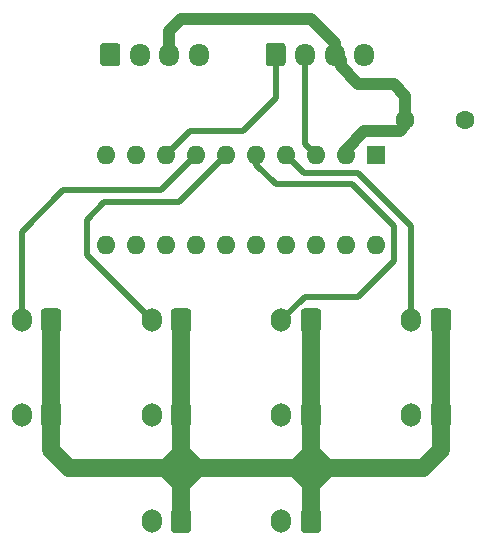
<source format=gbr>
G04 #@! TF.GenerationSoftware,KiCad,Pcbnew,(5.1.10)-1*
G04 #@! TF.CreationDate,2021-10-09T13:30:43+01:00*
G04 #@! TF.ProjectId,8_switch_array,385f7377-6974-4636-985f-61727261792e,rev?*
G04 #@! TF.SameCoordinates,Original*
G04 #@! TF.FileFunction,Copper,L1,Top*
G04 #@! TF.FilePolarity,Positive*
%FSLAX46Y46*%
G04 Gerber Fmt 4.6, Leading zero omitted, Abs format (unit mm)*
G04 Created by KiCad (PCBNEW (5.1.10)-1) date 2021-10-09 13:30:43*
%MOMM*%
%LPD*%
G01*
G04 APERTURE LIST*
G04 #@! TA.AperFunction,ComponentPad*
%ADD10O,1.600000X1.600000*%
G04 #@! TD*
G04 #@! TA.AperFunction,ComponentPad*
%ADD11R,1.600000X1.600000*%
G04 #@! TD*
G04 #@! TA.AperFunction,ComponentPad*
%ADD12O,1.700000X2.000000*%
G04 #@! TD*
G04 #@! TA.AperFunction,ComponentPad*
%ADD13C,1.600000*%
G04 #@! TD*
G04 #@! TA.AperFunction,ComponentPad*
%ADD14O,1.700000X1.950000*%
G04 #@! TD*
G04 #@! TA.AperFunction,Conductor*
%ADD15C,1.000000*%
G04 #@! TD*
G04 #@! TA.AperFunction,Conductor*
%ADD16C,0.500000*%
G04 #@! TD*
G04 #@! TA.AperFunction,Conductor*
%ADD17C,1.250000*%
G04 #@! TD*
G04 #@! TA.AperFunction,Conductor*
%ADD18C,1.500000*%
G04 #@! TD*
G04 APERTURE END LIST*
D10*
X158500000Y-54120000D03*
X135640000Y-46500000D03*
X155960000Y-54120000D03*
X138180000Y-46500000D03*
X153420000Y-54120000D03*
X140720000Y-46500000D03*
X150880000Y-54120000D03*
X143260000Y-46500000D03*
X148340000Y-54120000D03*
X145800000Y-46500000D03*
X145800000Y-54120000D03*
X148340000Y-46500000D03*
X143260000Y-54120000D03*
X150880000Y-46500000D03*
X140720000Y-54120000D03*
X153420000Y-46500000D03*
X138180000Y-54120000D03*
X155960000Y-46500000D03*
X135640000Y-54120000D03*
D11*
X158500000Y-46500000D03*
D12*
X150500000Y-77500000D03*
G04 #@! TA.AperFunction,ComponentPad*
G36*
G01*
X153850000Y-76750000D02*
X153850000Y-78250000D01*
G75*
G02*
X153600000Y-78500000I-250000J0D01*
G01*
X152400000Y-78500000D01*
G75*
G02*
X152150000Y-78250000I0J250000D01*
G01*
X152150000Y-76750000D01*
G75*
G02*
X152400000Y-76500000I250000J0D01*
G01*
X153600000Y-76500000D01*
G75*
G02*
X153850000Y-76750000I0J-250000D01*
G01*
G37*
G04 #@! TD.AperFunction*
D13*
X166000000Y-43500000D03*
X161000000Y-43500000D03*
D12*
X161500000Y-68500000D03*
G04 #@! TA.AperFunction,ComponentPad*
G36*
G01*
X164850000Y-67750000D02*
X164850000Y-69250000D01*
G75*
G02*
X164600000Y-69500000I-250000J0D01*
G01*
X163400000Y-69500000D01*
G75*
G02*
X163150000Y-69250000I0J250000D01*
G01*
X163150000Y-67750000D01*
G75*
G02*
X163400000Y-67500000I250000J0D01*
G01*
X164600000Y-67500000D01*
G75*
G02*
X164850000Y-67750000I0J-250000D01*
G01*
G37*
G04 #@! TD.AperFunction*
X150500000Y-68500000D03*
G04 #@! TA.AperFunction,ComponentPad*
G36*
G01*
X153850000Y-67750000D02*
X153850000Y-69250000D01*
G75*
G02*
X153600000Y-69500000I-250000J0D01*
G01*
X152400000Y-69500000D01*
G75*
G02*
X152150000Y-69250000I0J250000D01*
G01*
X152150000Y-67750000D01*
G75*
G02*
X152400000Y-67500000I250000J0D01*
G01*
X153600000Y-67500000D01*
G75*
G02*
X153850000Y-67750000I0J-250000D01*
G01*
G37*
G04 #@! TD.AperFunction*
X161500000Y-60500000D03*
G04 #@! TA.AperFunction,ComponentPad*
G36*
G01*
X164850000Y-59750000D02*
X164850000Y-61250000D01*
G75*
G02*
X164600000Y-61500000I-250000J0D01*
G01*
X163400000Y-61500000D01*
G75*
G02*
X163150000Y-61250000I0J250000D01*
G01*
X163150000Y-59750000D01*
G75*
G02*
X163400000Y-59500000I250000J0D01*
G01*
X164600000Y-59500000D01*
G75*
G02*
X164850000Y-59750000I0J-250000D01*
G01*
G37*
G04 #@! TD.AperFunction*
X150500000Y-60500000D03*
G04 #@! TA.AperFunction,ComponentPad*
G36*
G01*
X153850000Y-59750000D02*
X153850000Y-61250000D01*
G75*
G02*
X153600000Y-61500000I-250000J0D01*
G01*
X152400000Y-61500000D01*
G75*
G02*
X152150000Y-61250000I0J250000D01*
G01*
X152150000Y-59750000D01*
G75*
G02*
X152400000Y-59500000I250000J0D01*
G01*
X153600000Y-59500000D01*
G75*
G02*
X153850000Y-59750000I0J-250000D01*
G01*
G37*
G04 #@! TD.AperFunction*
X139500000Y-77500000D03*
G04 #@! TA.AperFunction,ComponentPad*
G36*
G01*
X142850000Y-76750000D02*
X142850000Y-78250000D01*
G75*
G02*
X142600000Y-78500000I-250000J0D01*
G01*
X141400000Y-78500000D01*
G75*
G02*
X141150000Y-78250000I0J250000D01*
G01*
X141150000Y-76750000D01*
G75*
G02*
X141400000Y-76500000I250000J0D01*
G01*
X142600000Y-76500000D01*
G75*
G02*
X142850000Y-76750000I0J-250000D01*
G01*
G37*
G04 #@! TD.AperFunction*
X139500000Y-60500000D03*
G04 #@! TA.AperFunction,ComponentPad*
G36*
G01*
X142850000Y-59750000D02*
X142850000Y-61250000D01*
G75*
G02*
X142600000Y-61500000I-250000J0D01*
G01*
X141400000Y-61500000D01*
G75*
G02*
X141150000Y-61250000I0J250000D01*
G01*
X141150000Y-59750000D01*
G75*
G02*
X141400000Y-59500000I250000J0D01*
G01*
X142600000Y-59500000D01*
G75*
G02*
X142850000Y-59750000I0J-250000D01*
G01*
G37*
G04 #@! TD.AperFunction*
X128500000Y-68500000D03*
G04 #@! TA.AperFunction,ComponentPad*
G36*
G01*
X131850000Y-67750000D02*
X131850000Y-69250000D01*
G75*
G02*
X131600000Y-69500000I-250000J0D01*
G01*
X130400000Y-69500000D01*
G75*
G02*
X130150000Y-69250000I0J250000D01*
G01*
X130150000Y-67750000D01*
G75*
G02*
X130400000Y-67500000I250000J0D01*
G01*
X131600000Y-67500000D01*
G75*
G02*
X131850000Y-67750000I0J-250000D01*
G01*
G37*
G04 #@! TD.AperFunction*
X128500000Y-60500000D03*
G04 #@! TA.AperFunction,ComponentPad*
G36*
G01*
X131850000Y-59750000D02*
X131850000Y-61250000D01*
G75*
G02*
X131600000Y-61500000I-250000J0D01*
G01*
X130400000Y-61500000D01*
G75*
G02*
X130150000Y-61250000I0J250000D01*
G01*
X130150000Y-59750000D01*
G75*
G02*
X130400000Y-59500000I250000J0D01*
G01*
X131600000Y-59500000D01*
G75*
G02*
X131850000Y-59750000I0J-250000D01*
G01*
G37*
G04 #@! TD.AperFunction*
X139500000Y-68500000D03*
G04 #@! TA.AperFunction,ComponentPad*
G36*
G01*
X142850000Y-67750000D02*
X142850000Y-69250000D01*
G75*
G02*
X142600000Y-69500000I-250000J0D01*
G01*
X141400000Y-69500000D01*
G75*
G02*
X141150000Y-69250000I0J250000D01*
G01*
X141150000Y-67750000D01*
G75*
G02*
X141400000Y-67500000I250000J0D01*
G01*
X142600000Y-67500000D01*
G75*
G02*
X142850000Y-67750000I0J-250000D01*
G01*
G37*
G04 #@! TD.AperFunction*
D14*
X157500000Y-38000000D03*
X155000000Y-38000000D03*
X152500000Y-38000000D03*
G04 #@! TA.AperFunction,ComponentPad*
G36*
G01*
X149150000Y-38725000D02*
X149150000Y-37275000D01*
G75*
G02*
X149400000Y-37025000I250000J0D01*
G01*
X150600000Y-37025000D01*
G75*
G02*
X150850000Y-37275000I0J-250000D01*
G01*
X150850000Y-38725000D01*
G75*
G02*
X150600000Y-38975000I-250000J0D01*
G01*
X149400000Y-38975000D01*
G75*
G02*
X149150000Y-38725000I0J250000D01*
G01*
G37*
G04 #@! TD.AperFunction*
X143500000Y-38000000D03*
X141000000Y-38000000D03*
X138500000Y-38000000D03*
G04 #@! TA.AperFunction,ComponentPad*
G36*
G01*
X135150000Y-38725000D02*
X135150000Y-37275000D01*
G75*
G02*
X135400000Y-37025000I250000J0D01*
G01*
X136600000Y-37025000D01*
G75*
G02*
X136850000Y-37275000I0J-250000D01*
G01*
X136850000Y-38725000D01*
G75*
G02*
X136600000Y-38975000I-250000J0D01*
G01*
X135400000Y-38975000D01*
G75*
G02*
X135150000Y-38725000I0J250000D01*
G01*
G37*
G04 #@! TD.AperFunction*
D15*
X155000000Y-37000000D02*
X153000000Y-35000000D01*
X155000000Y-38000000D02*
X155000000Y-37000000D01*
X141000000Y-36000000D02*
X141000000Y-38000000D01*
X142000000Y-35000000D02*
X141000000Y-36000000D01*
X153000000Y-35000000D02*
X142000000Y-35000000D01*
X156000000Y-46460000D02*
X155960000Y-46500000D01*
X161000000Y-41500000D02*
X161000000Y-43500000D01*
X160000000Y-40500000D02*
X161000000Y-41500000D01*
X157000000Y-40500000D02*
X160000000Y-40500000D01*
X155500000Y-39000000D02*
X157000000Y-40500000D01*
X155500000Y-38500000D02*
X155500000Y-39000000D01*
X155000000Y-38000000D02*
X155500000Y-38500000D01*
X157500000Y-44500000D02*
X155960000Y-46040000D01*
X155960000Y-46040000D02*
X155960000Y-46500000D01*
X160500000Y-44500000D02*
X157500000Y-44500000D01*
X161000000Y-44000000D02*
X160500000Y-44500000D01*
X161000000Y-43500000D02*
X161000000Y-44000000D01*
D16*
X142720000Y-44500000D02*
X140720000Y-46500000D01*
X147220000Y-44500000D02*
X142720000Y-44500000D01*
X150000000Y-41720000D02*
X147220000Y-44500000D01*
X150000000Y-38000000D02*
X150000000Y-41720000D01*
X152500000Y-45580000D02*
X153420000Y-46500000D01*
X152500000Y-38000000D02*
X152500000Y-45580000D01*
D17*
X153000000Y-74500000D02*
X154500000Y-73000000D01*
X151500000Y-73000000D02*
X153000000Y-71500000D01*
X154500000Y-73000000D02*
X153000000Y-71500000D01*
X153000000Y-74500000D02*
X151500000Y-73000000D01*
X142000000Y-74500000D02*
X140500000Y-73000000D01*
X142000000Y-74500000D02*
X143500000Y-73000000D01*
X143500000Y-73000000D02*
X142000000Y-71500000D01*
D18*
X142000000Y-77500000D02*
X142000000Y-73000000D01*
X153000000Y-68500000D02*
X153000000Y-69500000D01*
X131000000Y-68500000D02*
X131000000Y-60500000D01*
X142000000Y-68500000D02*
X142000000Y-60500000D01*
X153000000Y-68500000D02*
X153000000Y-60500000D01*
X164000000Y-67400000D02*
X164000000Y-60500000D01*
X164000000Y-68500000D02*
X164000000Y-67400000D01*
X153000000Y-73500000D02*
X153000000Y-68500000D01*
X153000000Y-77500000D02*
X153000000Y-73000000D01*
D17*
X140500000Y-73000000D02*
X142000000Y-71500000D01*
D18*
X142000000Y-72000000D02*
X142000000Y-73500000D01*
X142000000Y-68500000D02*
X142000000Y-72000000D01*
X162500000Y-73000000D02*
X164000000Y-71500000D01*
X140500000Y-73000000D02*
X162500000Y-73000000D01*
X132500000Y-73000000D02*
X131000000Y-71500000D01*
X140500000Y-73000000D02*
X132500000Y-73000000D01*
X131000000Y-71500000D02*
X131000000Y-68500000D01*
X164000000Y-71500000D02*
X164000000Y-68500000D01*
D16*
X161500000Y-52505018D02*
X161500000Y-60500000D01*
X156994982Y-48000000D02*
X161500000Y-52505018D01*
X152380000Y-48000000D02*
X156994982Y-48000000D01*
X150880000Y-46500000D02*
X152380000Y-48000000D01*
X152500000Y-58500000D02*
X150500000Y-60500000D01*
X156000000Y-58500000D02*
X152500000Y-58500000D01*
X157000000Y-58500000D02*
X156000000Y-58500000D01*
X160000000Y-55500000D02*
X157000000Y-58500000D01*
X160000000Y-52500000D02*
X160000000Y-55500000D01*
X156500000Y-49000000D02*
X160000000Y-52500000D01*
X150000000Y-49000000D02*
X156500000Y-49000000D01*
X148340000Y-47340000D02*
X150000000Y-49000000D01*
X148340000Y-46500000D02*
X148340000Y-47340000D01*
X134000000Y-55000000D02*
X139500000Y-60500000D01*
X135500000Y-50500000D02*
X134000000Y-52000000D01*
X134000000Y-52000000D02*
X134000000Y-55000000D01*
X141800000Y-50500000D02*
X135500000Y-50500000D01*
X145800000Y-46500000D02*
X141800000Y-50500000D01*
X128500000Y-53000000D02*
X128500000Y-60500000D01*
X132000000Y-49500000D02*
X128500000Y-53000000D01*
X140260000Y-49500000D02*
X132000000Y-49500000D01*
X143260000Y-46500000D02*
X140260000Y-49500000D01*
M02*

</source>
